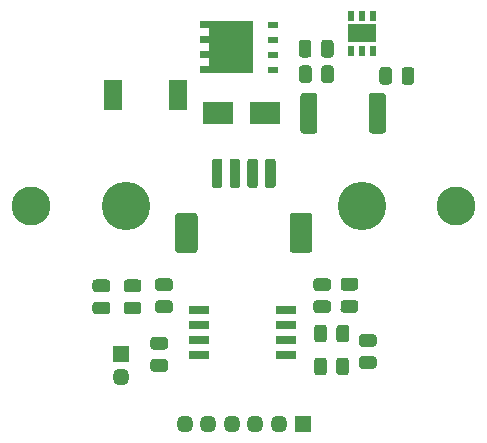
<source format=gbr>
%TF.GenerationSoftware,KiCad,Pcbnew,5.1.6+dfsg1-1*%
%TF.CreationDate,2020-11-16T12:26:21+01:00*%
%TF.ProjectId,buck_3a_v4,6275636b-5f33-4615-9f76-342e6b696361,rev?*%
%TF.SameCoordinates,Original*%
%TF.FileFunction,Soldermask,Top*%
%TF.FilePolarity,Negative*%
%FSLAX46Y46*%
G04 Gerber Fmt 4.6, Leading zero omitted, Abs format (unit mm)*
G04 Created by KiCad (PCBNEW 5.1.6+dfsg1-1) date 2020-11-16 12:26:21*
%MOMM*%
%LPD*%
G01*
G04 APERTURE LIST*
%ADD10C,4.100000*%
%ADD11C,3.300000*%
%ADD12R,1.600000X2.500000*%
%ADD13O,1.450000X1.450000*%
%ADD14R,1.450000X1.450000*%
%ADD15R,1.800000X0.750000*%
%ADD16R,0.520000X0.860000*%
%ADD17R,2.400000X1.600000*%
%ADD18C,0.100000*%
%ADD19R,0.950000X0.600000*%
%ADD20R,2.600000X1.900000*%
G04 APERTURE END LIST*
D10*
%TO.C,LED+*%
X60000000Y-50000000D03*
%TD*%
%TO.C,LED-*%
X40000000Y-50000000D03*
%TD*%
D11*
%TO.C,H2*%
X68000000Y-50000000D03*
%TD*%
%TO.C,H1*%
X32000000Y-50000000D03*
%TD*%
%TO.C,J3*%
G36*
G01*
X46100000Y-50863889D02*
X46100000Y-53736111D01*
G75*
G02*
X45836111Y-54000000I-263889J0D01*
G01*
X44463889Y-54000000D01*
G75*
G02*
X44200000Y-53736111I0J263889D01*
G01*
X44200000Y-50863889D01*
G75*
G02*
X44463889Y-50600000I263889J0D01*
G01*
X45836111Y-50600000D01*
G75*
G02*
X46100000Y-50863889I0J-263889D01*
G01*
G37*
G36*
G01*
X55800000Y-50863889D02*
X55800000Y-53736111D01*
G75*
G02*
X55536111Y-54000000I-263889J0D01*
G01*
X54163889Y-54000000D01*
G75*
G02*
X53900000Y-53736111I0J263889D01*
G01*
X53900000Y-50863889D01*
G75*
G02*
X54163889Y-50600000I263889J0D01*
G01*
X55536111Y-50600000D01*
G75*
G02*
X55800000Y-50863889I0J-263889D01*
G01*
G37*
G36*
G01*
X48200000Y-46225000D02*
X48200000Y-48275000D01*
G75*
G02*
X47975000Y-48500000I-225000J0D01*
G01*
X47525000Y-48500000D01*
G75*
G02*
X47300000Y-48275000I0J225000D01*
G01*
X47300000Y-46225000D01*
G75*
G02*
X47525000Y-46000000I225000J0D01*
G01*
X47975000Y-46000000D01*
G75*
G02*
X48200000Y-46225000I0J-225000D01*
G01*
G37*
G36*
G01*
X49700000Y-46225000D02*
X49700000Y-48275000D01*
G75*
G02*
X49475000Y-48500000I-225000J0D01*
G01*
X49025000Y-48500000D01*
G75*
G02*
X48800000Y-48275000I0J225000D01*
G01*
X48800000Y-46225000D01*
G75*
G02*
X49025000Y-46000000I225000J0D01*
G01*
X49475000Y-46000000D01*
G75*
G02*
X49700000Y-46225000I0J-225000D01*
G01*
G37*
G36*
G01*
X51200000Y-46225000D02*
X51200000Y-48275000D01*
G75*
G02*
X50975000Y-48500000I-225000J0D01*
G01*
X50525000Y-48500000D01*
G75*
G02*
X50300000Y-48275000I0J225000D01*
G01*
X50300000Y-46225000D01*
G75*
G02*
X50525000Y-46000000I225000J0D01*
G01*
X50975000Y-46000000D01*
G75*
G02*
X51200000Y-46225000I0J-225000D01*
G01*
G37*
G36*
G01*
X52700000Y-46225000D02*
X52700000Y-48275000D01*
G75*
G02*
X52475000Y-48500000I-225000J0D01*
G01*
X52025000Y-48500000D01*
G75*
G02*
X51800000Y-48275000I0J225000D01*
G01*
X51800000Y-46225000D01*
G75*
G02*
X52025000Y-46000000I225000J0D01*
G01*
X52475000Y-46000000D01*
G75*
G02*
X52700000Y-46225000I0J-225000D01*
G01*
G37*
%TD*%
D12*
%TO.C,L1*%
X44406000Y-40640000D03*
X38906000Y-40640000D03*
%TD*%
D13*
%TO.C,J5*%
X44996000Y-68466000D03*
X46996000Y-68466000D03*
X48996000Y-68466000D03*
X50996000Y-68466000D03*
X52996000Y-68466000D03*
D14*
X54996000Y-68466000D03*
%TD*%
D13*
%TO.C,J4*%
X39596000Y-64516000D03*
D14*
X39596000Y-62516000D03*
%TD*%
D15*
%TO.C,U2*%
X53546000Y-58811000D03*
X53546000Y-60081000D03*
X53546000Y-61351000D03*
X53546000Y-62621000D03*
X46246000Y-62621000D03*
X46246000Y-61351000D03*
X46246000Y-60081000D03*
X46246000Y-58811000D03*
%TD*%
D16*
%TO.C,U1*%
X59050000Y-36885000D03*
X60000000Y-36885000D03*
X60950000Y-36885000D03*
X60950000Y-33915000D03*
X60000000Y-33915000D03*
X59050000Y-33915000D03*
D17*
X60000000Y-35400000D03*
%TD*%
%TO.C,R7*%
G36*
G01*
X42764750Y-58016000D02*
X43727250Y-58016000D01*
G75*
G02*
X43996000Y-58284750I0J-268750D01*
G01*
X43996000Y-58822250D01*
G75*
G02*
X43727250Y-59091000I-268750J0D01*
G01*
X42764750Y-59091000D01*
G75*
G02*
X42496000Y-58822250I0J268750D01*
G01*
X42496000Y-58284750D01*
G75*
G02*
X42764750Y-58016000I268750J0D01*
G01*
G37*
G36*
G01*
X42764750Y-56141000D02*
X43727250Y-56141000D01*
G75*
G02*
X43996000Y-56409750I0J-268750D01*
G01*
X43996000Y-56947250D01*
G75*
G02*
X43727250Y-57216000I-268750J0D01*
G01*
X42764750Y-57216000D01*
G75*
G02*
X42496000Y-56947250I0J268750D01*
G01*
X42496000Y-56409750D01*
G75*
G02*
X42764750Y-56141000I268750J0D01*
G01*
G37*
%TD*%
%TO.C,R6*%
G36*
G01*
X43327250Y-62178500D02*
X42364750Y-62178500D01*
G75*
G02*
X42096000Y-61909750I0J268750D01*
G01*
X42096000Y-61372250D01*
G75*
G02*
X42364750Y-61103500I268750J0D01*
G01*
X43327250Y-61103500D01*
G75*
G02*
X43596000Y-61372250I0J-268750D01*
G01*
X43596000Y-61909750D01*
G75*
G02*
X43327250Y-62178500I-268750J0D01*
G01*
G37*
G36*
G01*
X43327250Y-64053500D02*
X42364750Y-64053500D01*
G75*
G02*
X42096000Y-63784750I0J268750D01*
G01*
X42096000Y-63247250D01*
G75*
G02*
X42364750Y-62978500I268750J0D01*
G01*
X43327250Y-62978500D01*
G75*
G02*
X43596000Y-63247250I0J-268750D01*
G01*
X43596000Y-63784750D01*
G75*
G02*
X43327250Y-64053500I-268750J0D01*
G01*
G37*
%TD*%
%TO.C,R5*%
G36*
G01*
X60981250Y-61937500D02*
X60018750Y-61937500D01*
G75*
G02*
X59750000Y-61668750I0J268750D01*
G01*
X59750000Y-61131250D01*
G75*
G02*
X60018750Y-60862500I268750J0D01*
G01*
X60981250Y-60862500D01*
G75*
G02*
X61250000Y-61131250I0J-268750D01*
G01*
X61250000Y-61668750D01*
G75*
G02*
X60981250Y-61937500I-268750J0D01*
G01*
G37*
G36*
G01*
X60981250Y-63812500D02*
X60018750Y-63812500D01*
G75*
G02*
X59750000Y-63543750I0J268750D01*
G01*
X59750000Y-63006250D01*
G75*
G02*
X60018750Y-62737500I268750J0D01*
G01*
X60981250Y-62737500D01*
G75*
G02*
X61250000Y-63006250I0J-268750D01*
G01*
X61250000Y-63543750D01*
G75*
G02*
X60981250Y-63812500I-268750J0D01*
G01*
G37*
%TD*%
%TO.C,R4*%
G36*
G01*
X38427250Y-57316000D02*
X37464750Y-57316000D01*
G75*
G02*
X37196000Y-57047250I0J268750D01*
G01*
X37196000Y-56509750D01*
G75*
G02*
X37464750Y-56241000I268750J0D01*
G01*
X38427250Y-56241000D01*
G75*
G02*
X38696000Y-56509750I0J-268750D01*
G01*
X38696000Y-57047250D01*
G75*
G02*
X38427250Y-57316000I-268750J0D01*
G01*
G37*
G36*
G01*
X38427250Y-59191000D02*
X37464750Y-59191000D01*
G75*
G02*
X37196000Y-58922250I0J268750D01*
G01*
X37196000Y-58384750D01*
G75*
G02*
X37464750Y-58116000I268750J0D01*
G01*
X38427250Y-58116000D01*
G75*
G02*
X38696000Y-58384750I0J-268750D01*
G01*
X38696000Y-58922250D01*
G75*
G02*
X38427250Y-59191000I-268750J0D01*
G01*
G37*
%TD*%
%TO.C,R3*%
G36*
G01*
X40114750Y-58116000D02*
X41077250Y-58116000D01*
G75*
G02*
X41346000Y-58384750I0J-268750D01*
G01*
X41346000Y-58922250D01*
G75*
G02*
X41077250Y-59191000I-268750J0D01*
G01*
X40114750Y-59191000D01*
G75*
G02*
X39846000Y-58922250I0J268750D01*
G01*
X39846000Y-58384750D01*
G75*
G02*
X40114750Y-58116000I268750J0D01*
G01*
G37*
G36*
G01*
X40114750Y-56241000D02*
X41077250Y-56241000D01*
G75*
G02*
X41346000Y-56509750I0J-268750D01*
G01*
X41346000Y-57047250D01*
G75*
G02*
X41077250Y-57316000I-268750J0D01*
G01*
X40114750Y-57316000D01*
G75*
G02*
X39846000Y-57047250I0J268750D01*
G01*
X39846000Y-56509750D01*
G75*
G02*
X40114750Y-56241000I268750J0D01*
G01*
G37*
%TD*%
%TO.C,R2*%
G36*
G01*
X57046000Y-60334750D02*
X57046000Y-61297250D01*
G75*
G02*
X56777250Y-61566000I-268750J0D01*
G01*
X56239750Y-61566000D01*
G75*
G02*
X55971000Y-61297250I0J268750D01*
G01*
X55971000Y-60334750D01*
G75*
G02*
X56239750Y-60066000I268750J0D01*
G01*
X56777250Y-60066000D01*
G75*
G02*
X57046000Y-60334750I0J-268750D01*
G01*
G37*
G36*
G01*
X58921000Y-60334750D02*
X58921000Y-61297250D01*
G75*
G02*
X58652250Y-61566000I-268750J0D01*
G01*
X58114750Y-61566000D01*
G75*
G02*
X57846000Y-61297250I0J268750D01*
G01*
X57846000Y-60334750D01*
G75*
G02*
X58114750Y-60066000I268750J0D01*
G01*
X58652250Y-60066000D01*
G75*
G02*
X58921000Y-60334750I0J-268750D01*
G01*
G37*
%TD*%
%TO.C,R1*%
G36*
G01*
X56245000Y-40707518D02*
X56245000Y-43620482D01*
G75*
G02*
X55976482Y-43889000I-268518J0D01*
G01*
X55063518Y-43889000D01*
G75*
G02*
X54795000Y-43620482I0J268518D01*
G01*
X54795000Y-40707518D01*
G75*
G02*
X55063518Y-40439000I268518J0D01*
G01*
X55976482Y-40439000D01*
G75*
G02*
X56245000Y-40707518I0J-268518D01*
G01*
G37*
G36*
G01*
X62045000Y-40707518D02*
X62045000Y-43620482D01*
G75*
G02*
X61776482Y-43889000I-268518J0D01*
G01*
X60863518Y-43889000D01*
G75*
G02*
X60595000Y-43620482I0J268518D01*
G01*
X60595000Y-40707518D01*
G75*
G02*
X60863518Y-40439000I268518J0D01*
G01*
X61776482Y-40439000D01*
G75*
G02*
X62045000Y-40707518I0J-268518D01*
G01*
G37*
%TD*%
D18*
%TO.C,Q1*%
G36*
X46275000Y-38181000D02*
G01*
X47075000Y-38181000D01*
X47075000Y-37511000D01*
X46275000Y-37511000D01*
X46275000Y-36911000D01*
X47075000Y-36911000D01*
X47075000Y-36241000D01*
X46275000Y-36241000D01*
X46275000Y-35641000D01*
X47075000Y-35641000D01*
X47075000Y-34971000D01*
X46275000Y-34971000D01*
X46275000Y-34371000D01*
X50825000Y-34371000D01*
X50825000Y-38781000D01*
X46275000Y-38781000D01*
X46275000Y-38181000D01*
G37*
D19*
X52500000Y-34671000D03*
X52500000Y-35941000D03*
X52500000Y-37211000D03*
X52500000Y-38481000D03*
%TD*%
%TO.C,D2*%
G36*
G01*
X57837500Y-64081250D02*
X57837500Y-63118750D01*
G75*
G02*
X58106250Y-62850000I268750J0D01*
G01*
X58643750Y-62850000D01*
G75*
G02*
X58912500Y-63118750I0J-268750D01*
G01*
X58912500Y-64081250D01*
G75*
G02*
X58643750Y-64350000I-268750J0D01*
G01*
X58106250Y-64350000D01*
G75*
G02*
X57837500Y-64081250I0J268750D01*
G01*
G37*
G36*
G01*
X55962500Y-64081250D02*
X55962500Y-63118750D01*
G75*
G02*
X56231250Y-62850000I268750J0D01*
G01*
X56768750Y-62850000D01*
G75*
G02*
X57037500Y-63118750I0J-268750D01*
G01*
X57037500Y-64081250D01*
G75*
G02*
X56768750Y-64350000I-268750J0D01*
G01*
X56231250Y-64350000D01*
G75*
G02*
X55962500Y-64081250I0J268750D01*
G01*
G37*
%TD*%
D20*
%TO.C,D1*%
X47816000Y-42164000D03*
X51816000Y-42164000D03*
%TD*%
%TO.C,C5*%
G36*
G01*
X59427250Y-57178500D02*
X58464750Y-57178500D01*
G75*
G02*
X58196000Y-56909750I0J268750D01*
G01*
X58196000Y-56372250D01*
G75*
G02*
X58464750Y-56103500I268750J0D01*
G01*
X59427250Y-56103500D01*
G75*
G02*
X59696000Y-56372250I0J-268750D01*
G01*
X59696000Y-56909750D01*
G75*
G02*
X59427250Y-57178500I-268750J0D01*
G01*
G37*
G36*
G01*
X59427250Y-59053500D02*
X58464750Y-59053500D01*
G75*
G02*
X58196000Y-58784750I0J268750D01*
G01*
X58196000Y-58247250D01*
G75*
G02*
X58464750Y-57978500I268750J0D01*
G01*
X59427250Y-57978500D01*
G75*
G02*
X59696000Y-58247250I0J-268750D01*
G01*
X59696000Y-58784750D01*
G75*
G02*
X59427250Y-59053500I-268750J0D01*
G01*
G37*
%TD*%
%TO.C,C4*%
G36*
G01*
X57127250Y-57216000D02*
X56164750Y-57216000D01*
G75*
G02*
X55896000Y-56947250I0J268750D01*
G01*
X55896000Y-56409750D01*
G75*
G02*
X56164750Y-56141000I268750J0D01*
G01*
X57127250Y-56141000D01*
G75*
G02*
X57396000Y-56409750I0J-268750D01*
G01*
X57396000Y-56947250D01*
G75*
G02*
X57127250Y-57216000I-268750J0D01*
G01*
G37*
G36*
G01*
X57127250Y-59091000D02*
X56164750Y-59091000D01*
G75*
G02*
X55896000Y-58822250I0J268750D01*
G01*
X55896000Y-58284750D01*
G75*
G02*
X56164750Y-58016000I268750J0D01*
G01*
X57127250Y-58016000D01*
G75*
G02*
X57396000Y-58284750I0J-268750D01*
G01*
X57396000Y-58822250D01*
G75*
G02*
X57127250Y-59091000I-268750J0D01*
G01*
G37*
%TD*%
%TO.C,C3*%
G36*
G01*
X63362500Y-39481250D02*
X63362500Y-38518750D01*
G75*
G02*
X63631250Y-38250000I268750J0D01*
G01*
X64168750Y-38250000D01*
G75*
G02*
X64437500Y-38518750I0J-268750D01*
G01*
X64437500Y-39481250D01*
G75*
G02*
X64168750Y-39750000I-268750J0D01*
G01*
X63631250Y-39750000D01*
G75*
G02*
X63362500Y-39481250I0J268750D01*
G01*
G37*
G36*
G01*
X61487500Y-39481250D02*
X61487500Y-38518750D01*
G75*
G02*
X61756250Y-38250000I268750J0D01*
G01*
X62293750Y-38250000D01*
G75*
G02*
X62562500Y-38518750I0J-268750D01*
G01*
X62562500Y-39481250D01*
G75*
G02*
X62293750Y-39750000I-268750J0D01*
G01*
X61756250Y-39750000D01*
G75*
G02*
X61487500Y-39481250I0J268750D01*
G01*
G37*
%TD*%
%TO.C,C2*%
G36*
G01*
X55737500Y-36218750D02*
X55737500Y-37181250D01*
G75*
G02*
X55468750Y-37450000I-268750J0D01*
G01*
X54931250Y-37450000D01*
G75*
G02*
X54662500Y-37181250I0J268750D01*
G01*
X54662500Y-36218750D01*
G75*
G02*
X54931250Y-35950000I268750J0D01*
G01*
X55468750Y-35950000D01*
G75*
G02*
X55737500Y-36218750I0J-268750D01*
G01*
G37*
G36*
G01*
X57612500Y-36218750D02*
X57612500Y-37181250D01*
G75*
G02*
X57343750Y-37450000I-268750J0D01*
G01*
X56806250Y-37450000D01*
G75*
G02*
X56537500Y-37181250I0J268750D01*
G01*
X56537500Y-36218750D01*
G75*
G02*
X56806250Y-35950000I268750J0D01*
G01*
X57343750Y-35950000D01*
G75*
G02*
X57612500Y-36218750I0J-268750D01*
G01*
G37*
%TD*%
%TO.C,C1*%
G36*
G01*
X56562500Y-39343250D02*
X56562500Y-38380750D01*
G75*
G02*
X56831250Y-38112000I268750J0D01*
G01*
X57368750Y-38112000D01*
G75*
G02*
X57637500Y-38380750I0J-268750D01*
G01*
X57637500Y-39343250D01*
G75*
G02*
X57368750Y-39612000I-268750J0D01*
G01*
X56831250Y-39612000D01*
G75*
G02*
X56562500Y-39343250I0J268750D01*
G01*
G37*
G36*
G01*
X54687500Y-39343250D02*
X54687500Y-38380750D01*
G75*
G02*
X54956250Y-38112000I268750J0D01*
G01*
X55493750Y-38112000D01*
G75*
G02*
X55762500Y-38380750I0J-268750D01*
G01*
X55762500Y-39343250D01*
G75*
G02*
X55493750Y-39612000I-268750J0D01*
G01*
X54956250Y-39612000D01*
G75*
G02*
X54687500Y-39343250I0J268750D01*
G01*
G37*
%TD*%
M02*

</source>
